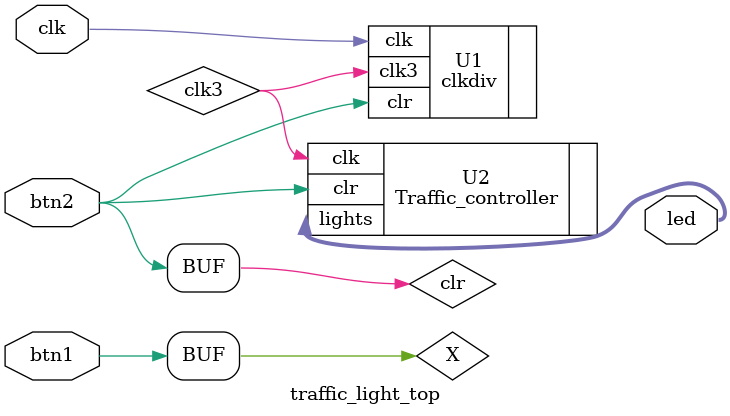
<source format=v>
`timescale 1ns / 1ps
module traffic_light_top(
    input wire clk,
    input wire btn1,
    input wire btn2,
    output wire [5:0] led
    );

wire clk3;
wire clr;

//btn1 is pressed to simulate the presence of pedestrians
//btn2 is pressed to clear the system

assign X = btn1;
assign clr = btn2;

clkdiv U1 (.clk(clk), .clr(clr), .clk3(clk3));

Traffic_controller U2 (.clk(clk3), .clr(clr), .lights(led));

endmodule

</source>
